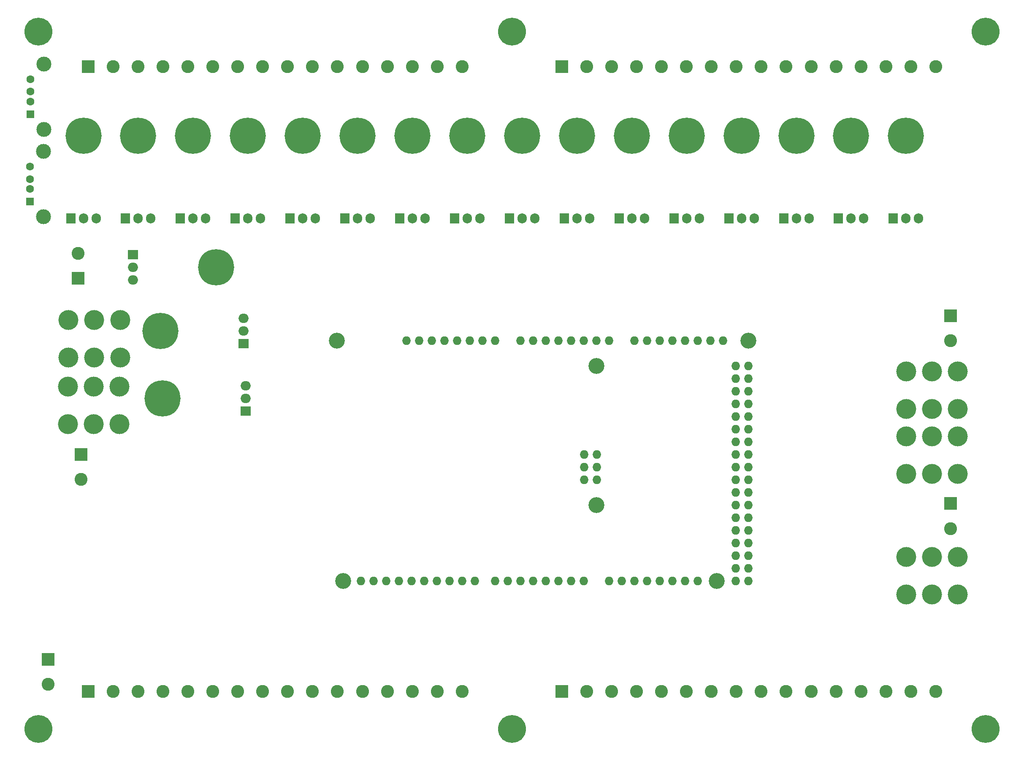
<source format=gbr>
G04 #@! TF.GenerationSoftware,KiCad,Pcbnew,(5.1.5)-3*
G04 #@! TF.CreationDate,2020-07-20T19:45:50-04:00*
G04 #@! TF.ProjectId,PCB,5043422e-6b69-4636-9164-5f7063625858,0*
G04 #@! TF.SameCoordinates,Original*
G04 #@! TF.FileFunction,Soldermask,Bot*
G04 #@! TF.FilePolarity,Negative*
%FSLAX46Y46*%
G04 Gerber Fmt 4.6, Leading zero omitted, Abs format (unit mm)*
G04 Created by KiCad (PCBNEW (5.1.5)-3) date 2020-07-20 19:45:50*
%MOMM*%
%LPD*%
G04 APERTURE LIST*
%ADD10O,1.727200X1.727200*%
%ADD11C,3.200000*%
%ADD12O,1.905000X2.000000*%
%ADD13R,1.905000X2.000000*%
%ADD14O,7.250000X7.250000*%
%ADD15R,2.600000X2.600000*%
%ADD16C,2.600000*%
%ADD17C,5.600000*%
%ADD18O,2.000000X1.905000*%
%ADD19R,2.000000X1.905000*%
%ADD20C,4.000000*%
%ADD21C,3.000000*%
%ADD22R,1.600000X1.600000*%
%ADD23C,1.600000*%
G04 APERTURE END LIST*
D10*
X240527000Y-166980000D03*
X273420000Y-144120000D03*
X270880000Y-144120000D03*
X273420000Y-146660000D03*
X270880000Y-146660000D03*
X273420000Y-149200000D03*
X270880000Y-149200000D03*
X273420000Y-151740000D03*
X270880000Y-151740000D03*
X273420000Y-154280000D03*
X270880000Y-154280000D03*
X273420000Y-156820000D03*
X270880000Y-156820000D03*
X273420000Y-159360000D03*
X270880000Y-159360000D03*
X273420000Y-161900000D03*
X270880000Y-161900000D03*
X273420000Y-164440000D03*
X270880000Y-164440000D03*
X273420000Y-166980000D03*
X270880000Y-166980000D03*
X273420000Y-169520000D03*
X270880000Y-169520000D03*
X273420000Y-172060000D03*
X270880000Y-172060000D03*
X273420000Y-174600000D03*
X270880000Y-174600000D03*
X273420000Y-177140000D03*
X270880000Y-177140000D03*
X273420000Y-179680000D03*
X270880000Y-179680000D03*
X273420000Y-182220000D03*
X270880000Y-182220000D03*
X273420000Y-184760000D03*
X270880000Y-184760000D03*
X273420000Y-187300000D03*
X270880000Y-187300000D03*
X268340000Y-139040000D03*
X265800000Y-139040000D03*
X263260000Y-139040000D03*
X260720000Y-139040000D03*
X258180000Y-139040000D03*
X255640000Y-139040000D03*
X253100000Y-139040000D03*
X250560000Y-139040000D03*
X245480000Y-139040000D03*
X242940000Y-139040000D03*
X240400000Y-139040000D03*
X237860000Y-139040000D03*
X235320000Y-139040000D03*
X232780000Y-139040000D03*
X230240000Y-139040000D03*
X204840000Y-139040000D03*
X210936000Y-187300000D03*
X208396000Y-187300000D03*
X205856000Y-187300000D03*
X200776000Y-187300000D03*
X198236000Y-187300000D03*
X195696000Y-187300000D03*
D11*
X190870000Y-139040000D03*
X273420000Y-139040000D03*
X192140000Y-187300000D03*
X267070000Y-187300000D03*
X242940000Y-172060000D03*
X242940000Y-144120000D03*
D10*
X213476000Y-187300000D03*
X216016000Y-187300000D03*
X218556000Y-187300000D03*
X203316000Y-187300000D03*
X222620000Y-187300000D03*
X225160000Y-187300000D03*
X227700000Y-187300000D03*
X230240000Y-187300000D03*
X232780000Y-187300000D03*
X235320000Y-187300000D03*
X237860000Y-187300000D03*
X240400000Y-187300000D03*
X245480000Y-187300000D03*
X248020000Y-187300000D03*
X250560000Y-187300000D03*
X253100000Y-187300000D03*
X255640000Y-187300000D03*
X258180000Y-187300000D03*
X260720000Y-187300000D03*
X263260000Y-187300000D03*
X207380000Y-139040000D03*
X209920000Y-139040000D03*
X212460000Y-139040000D03*
X215000000Y-139040000D03*
X217540000Y-139040000D03*
X220080000Y-139040000D03*
X222620000Y-139040000D03*
X227700000Y-139040000D03*
X243067000Y-166980000D03*
X240527000Y-164440000D03*
X243067000Y-164440000D03*
X243067000Y-161900000D03*
X240527000Y-161900000D03*
D12*
X153576000Y-114508000D03*
X151036000Y-114508000D03*
D13*
X148496000Y-114508000D03*
D14*
X151036000Y-97848000D03*
D12*
X186576000Y-114508000D03*
X184036000Y-114508000D03*
D13*
X181496000Y-114508000D03*
D14*
X184036000Y-97848000D03*
D12*
X241576000Y-114508000D03*
X239036000Y-114508000D03*
D13*
X236496000Y-114508000D03*
D14*
X239036000Y-97848000D03*
D12*
X197576000Y-114508000D03*
X195036000Y-114508000D03*
D13*
X192496000Y-114508000D03*
D14*
X195036000Y-97848000D03*
D12*
X252576000Y-114508000D03*
X250036000Y-114508000D03*
D13*
X247496000Y-114508000D03*
D14*
X250036000Y-97848000D03*
D15*
X141000000Y-209500000D03*
D16*
X146000000Y-209500000D03*
X151000000Y-209500000D03*
X156000000Y-209500000D03*
X161000000Y-209500000D03*
X166000000Y-209500000D03*
X171000000Y-209500000D03*
X176000000Y-209500000D03*
X181000000Y-209500000D03*
X186000000Y-209500000D03*
X191000000Y-209500000D03*
X196000000Y-209500000D03*
X201000000Y-209500000D03*
X206000000Y-209500000D03*
X211000000Y-209500000D03*
X216000000Y-209500000D03*
D17*
X226000000Y-217000000D03*
X321000000Y-217000000D03*
X321000000Y-77000000D03*
X226000000Y-77000000D03*
X131000000Y-77000000D03*
X131000000Y-217000000D03*
D18*
X172585000Y-148060000D03*
X172585000Y-150600000D03*
D19*
X172585000Y-153140000D03*
D14*
X155925000Y-150600000D03*
D12*
X230576000Y-114508000D03*
X228036000Y-114508000D03*
D13*
X225496000Y-114508000D03*
D14*
X228036000Y-97848000D03*
D12*
X142576000Y-114508000D03*
X140036000Y-114508000D03*
D13*
X137496000Y-114508000D03*
D14*
X140036000Y-97848000D03*
D12*
X164576000Y-114508000D03*
X162036000Y-114508000D03*
D13*
X159496000Y-114508000D03*
D14*
X162036000Y-97848000D03*
D12*
X175576000Y-114508000D03*
X173036000Y-114508000D03*
D13*
X170496000Y-114508000D03*
D14*
X173036000Y-97848000D03*
D12*
X208576000Y-114508000D03*
X206036000Y-114508000D03*
D13*
X203496000Y-114508000D03*
D14*
X206036000Y-97848000D03*
D12*
X219576000Y-114508000D03*
X217036000Y-114508000D03*
D13*
X214496000Y-114508000D03*
D14*
X217036000Y-97848000D03*
D12*
X263576000Y-114508000D03*
X261036000Y-114508000D03*
D13*
X258496000Y-114508000D03*
D14*
X261036000Y-97848000D03*
D12*
X274576000Y-114508000D03*
X272036000Y-114508000D03*
D13*
X269496000Y-114508000D03*
D14*
X272036000Y-97848000D03*
D12*
X285576000Y-114508000D03*
X283036000Y-114508000D03*
D13*
X280496000Y-114508000D03*
D14*
X283036000Y-97848000D03*
D12*
X296576000Y-114508000D03*
X294036000Y-114508000D03*
D13*
X291496000Y-114508000D03*
D14*
X294036000Y-97848000D03*
D12*
X307576000Y-114508000D03*
X305036000Y-114508000D03*
D13*
X302496000Y-114508000D03*
D14*
X305036000Y-97848000D03*
D18*
X172170208Y-134564999D03*
X172170208Y-137104999D03*
D19*
X172170208Y-139644999D03*
D14*
X155510208Y-137104999D03*
D18*
X149965000Y-126815000D03*
X149965000Y-124275000D03*
D19*
X149965000Y-121735000D03*
D14*
X166625000Y-124275000D03*
D16*
X311000000Y-209500000D03*
X306000000Y-209500000D03*
X301000000Y-209500000D03*
X296000000Y-209500000D03*
X291000000Y-209500000D03*
X286000000Y-209500000D03*
X281000000Y-209500000D03*
X276000000Y-209500000D03*
X271000000Y-209500000D03*
X266000000Y-209500000D03*
X261000000Y-209500000D03*
X256000000Y-209500000D03*
X251000000Y-209500000D03*
X246000000Y-209500000D03*
X241000000Y-209500000D03*
D15*
X236000000Y-209500000D03*
D16*
X216000000Y-84000000D03*
X211000000Y-84000000D03*
X206000000Y-84000000D03*
X201000000Y-84000000D03*
X196000000Y-84000000D03*
X191000000Y-84000000D03*
X186000000Y-84000000D03*
X181000000Y-84000000D03*
X176000000Y-84000000D03*
X171000000Y-84000000D03*
X166000000Y-84000000D03*
X161000000Y-84000000D03*
X156000000Y-84000000D03*
X151000000Y-84000000D03*
X146000000Y-84000000D03*
D15*
X141000000Y-84000000D03*
D20*
X147300000Y-155810000D03*
X147300000Y-148290000D03*
X142100000Y-155810000D03*
X142100000Y-148290000D03*
X136900000Y-155810000D03*
X136900000Y-148290000D03*
X137000000Y-134875000D03*
X137000000Y-142395000D03*
X142200000Y-134875000D03*
X142200000Y-142395000D03*
X147400000Y-134875000D03*
X147400000Y-142395000D03*
D16*
X133000000Y-208000000D03*
D15*
X133000000Y-203000000D03*
X139600000Y-161850000D03*
D16*
X139600000Y-166850000D03*
D15*
X236000000Y-84000000D03*
D16*
X241000000Y-84000000D03*
X246000000Y-84000000D03*
X251000000Y-84000000D03*
X256000000Y-84000000D03*
X261000000Y-84000000D03*
X266000000Y-84000000D03*
X271000000Y-84000000D03*
X276000000Y-84000000D03*
X281000000Y-84000000D03*
X286000000Y-84000000D03*
X291000000Y-84000000D03*
X296000000Y-84000000D03*
X301000000Y-84000000D03*
X306000000Y-84000000D03*
X311000000Y-84000000D03*
D15*
X139000000Y-126500000D03*
D16*
X139000000Y-121500000D03*
D21*
X132010000Y-101005000D03*
X132010000Y-114145000D03*
D22*
X129300000Y-111075000D03*
D23*
X129300000Y-108575000D03*
X129300000Y-106575000D03*
X129300000Y-104075000D03*
X129400000Y-86525000D03*
X129400000Y-89025000D03*
X129400000Y-91025000D03*
D22*
X129400000Y-93525000D03*
D21*
X132110000Y-96595000D03*
X132110000Y-83455000D03*
D20*
X305050000Y-145240000D03*
X305050000Y-152760000D03*
X310250000Y-145240000D03*
X310250000Y-152760000D03*
X315450000Y-145240000D03*
X315450000Y-152760000D03*
X305050000Y-182490000D03*
X305050000Y-190010000D03*
X310250000Y-182490000D03*
X310250000Y-190010000D03*
X315450000Y-182490000D03*
X315450000Y-190010000D03*
D15*
X314000000Y-134000000D03*
D16*
X314000000Y-139000000D03*
D15*
X314000000Y-171750000D03*
D16*
X314000000Y-176750000D03*
D20*
X305050000Y-158240000D03*
X305050000Y-165760000D03*
X310250000Y-158240000D03*
X310250000Y-165760000D03*
X315450000Y-158240000D03*
X315450000Y-165760000D03*
M02*

</source>
